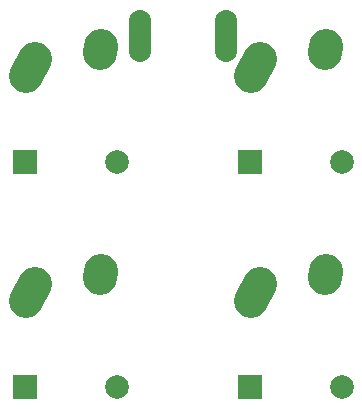
<source format=gts>
G04 #@! TF.FileFunction,Soldermask,Top*
%FSLAX46Y46*%
G04 Gerber Fmt 4.6, Leading zero omitted, Abs format (unit mm)*
G04 Created by KiCad (PCBNEW 4.0.7-e2-6376~58~ubuntu16.04.1) date Sun Oct 15 00:03:39 2017*
%MOMM*%
%LPD*%
G01*
G04 APERTURE LIST*
%ADD10C,0.100000*%
%ADD11R,2.000000X2.000000*%
%ADD12C,2.000000*%
%ADD13O,1.900000X4.400000*%
%ADD14C,2.900000*%
G04 APERTURE END LIST*
D10*
D11*
X36581250Y-102393750D03*
D12*
X44381250Y-102393750D03*
D11*
X36581250Y-121443750D03*
D12*
X44381250Y-121443750D03*
D11*
X55631250Y-102393750D03*
D12*
X63431250Y-102393750D03*
D11*
X55631250Y-121443750D03*
D12*
X63431250Y-121443750D03*
D13*
X46356250Y-91659375D03*
X53656250Y-91659375D03*
D14*
X37481703Y-93631296D02*
X36670797Y-95091204D01*
X43020974Y-92551922D02*
X42981526Y-93130578D01*
X37481703Y-112681296D02*
X36670797Y-114141204D01*
X43020974Y-111601922D02*
X42981526Y-112180578D01*
X56531703Y-93631296D02*
X55720797Y-95091204D01*
X62070974Y-92551922D02*
X62031526Y-93130578D01*
X56531703Y-112681296D02*
X55720797Y-114141204D01*
X62070974Y-111601922D02*
X62031526Y-112180578D01*
M02*

</source>
